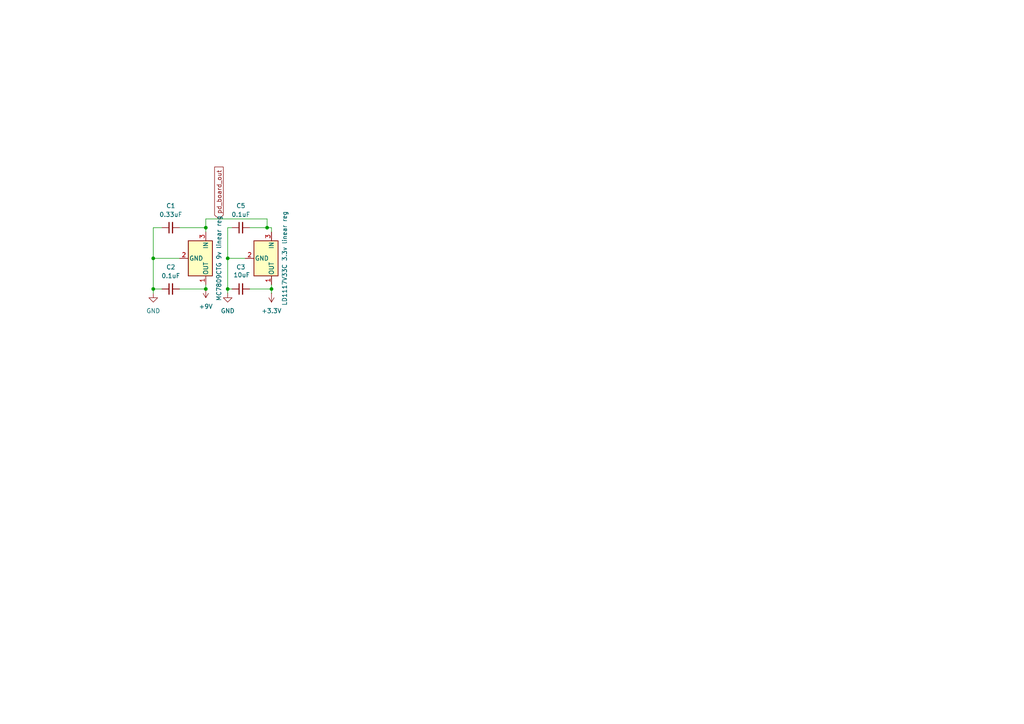
<source format=kicad_sch>
(kicad_sch (version 20231120) (generator "eeschema") (generator_version "8.0")
  (paper "A4")
  (lib_symbols
    (symbol "Device:C_Small" (pin_numbers hide) (pin_names (offset 0.254) hide)
      (property "Reference" "C" (at 0.254 1.778 0))
      (property "Value" "C_Small" (at 0.254 -2.032 0))
      (symbol "C_Small_0_1"
        (polyline (pts (xy -1.524 -0.508) (xy 1.524 -0.508)) (stroke (width 0.3302)))
        (polyline (pts (xy -1.524 0.508) (xy 1.524 0.508)) (stroke (width 0.3048)))
      )
      (symbol "C_Small_1_1"
        (pin passive line (at 0 2.54 270) (length 2.032) (name "~") (number "1"))
        (pin passive line (at 0 -2.54 90) (length 2.032) (name "~") (number "2"))
      )
    )
    (symbol "Regulator_Linear:L78L09_SOT89" (pin_names (offset 0.254))
      (property "Reference" "U" (at -3.81 3.175 0))
      (property "Value" "L78L09_SOT89" (at -0.635 3.175 0))
      (symbol "L78L09_SOT89_0_1"
        (rectangle (start -5.08 1.905) (end 5.08 -5.08) (stroke (width 0.254)) (fill (type background)))
      )
      (symbol "L78L09_SOT89_1_1"
        (pin power_out line (at 7.62 0 180) (length 2.54) (name "OUT") (number "1"))
        (pin power_in line (at 0 -7.62 90) (length 2.54) (name "GND") (number "2"))
        (pin power_in line (at -7.62 0 0) (length 2.54) (name "IN") (number "3"))
      )
    )
    (symbol "power:+3.3V" (power) (pin_numbers hide) (pin_names (offset 0) hide)
      (property "Value" "+3.3V" (at 0 3.556 0))
      (symbol "+3.3V_0_1"
        (polyline (pts (xy -0.762 1.27) (xy 0 2.54)))
        (polyline (pts (xy 0 0) (xy 0 2.54)))
        (polyline (pts (xy 0 2.54) (xy 0.762 1.27)))
      )
      (symbol "+3.3V_1_1"
        (pin power_in line (at 0 0 90) (length 0) (name "~") (number "1"))
      )
    )
    (symbol "power:+9V" (power) (pin_numbers hide) (pin_names (offset 0) hide)
      (property "Value" "+9V" (at 0 3.556 0))
      (symbol "+9V_0_1"
        (polyline (pts (xy -0.762 1.27) (xy 0 2.54)))
        (polyline (pts (xy 0 0) (xy 0 2.54)))
        (polyline (pts (xy 0 2.54) (xy 0.762 1.27)))
      )
      (symbol "+9V_1_1"
        (pin power_in line (at 0 0 90) (length 0) (name "~") (number "1"))
      )
    )
    (symbol "power:GND" (power) (pin_numbers hide) (pin_names (offset 0) hide)
      (property "Value" "GND" (at 0 -3.81 0))
      (symbol "GND_0_1"
        (polyline (pts (xy 0 0) (xy 0 -1.27) (xy 1.27 -1.27) (xy 0 -2.54) (xy -1.27 -1.27) (xy 0 -1.27)))
      )
      (symbol "GND_1_1"
        (pin power_in line (at 0 0 270) (length 0) (name "~") (number "1"))
      )
    )
  )
  (junction (at 78.74 83.82))
  (junction (at 59.69 83.82))
  (junction (at 77.47 66.04))
  (junction (at 66.04 74.93))
  (junction (at 44.45 74.93))
  (junction (at 59.69 66.04))
  (junction (at 66.04 83.82))
  (junction (at 44.45 83.82))
  (wire (pts (xy 44.45 74.93) (xy 52.07 74.93)))
  (wire (pts (xy 77.47 66.04) (xy 77.47 63.5)))
  (wire (pts (xy 72.39 83.82) (xy 78.74 83.82)))
  (wire (pts (xy 59.69 63.5) (xy 77.47 63.5)))
  (wire (pts (xy 78.74 66.04) (xy 78.74 67.31)))
  (wire (pts (xy 66.04 66.04) (xy 67.31 66.04)))
  (wire (pts (xy 59.69 66.04) (xy 52.07 66.04)))
  (wire (pts (xy 44.45 66.04) (xy 46.99 66.04)))
  (wire (pts (xy 46.99 83.82) (xy 44.45 83.82)))
  (wire (pts (xy 72.39 66.04) (xy 77.47 66.04)))
  (wire (pts (xy 59.69 83.82) (xy 52.07 83.82)))
  (wire (pts (xy 66.04 66.04) (xy 66.04 74.93)))
  (wire (pts (xy 78.74 82.55) (xy 78.74 83.82)))
  (wire (pts (xy 44.45 74.93) (xy 44.45 66.04)))
  (wire (pts (xy 66.04 74.93) (xy 71.12 74.93)))
  (wire (pts (xy 59.69 66.04) (xy 59.69 67.31)))
  (wire (pts (xy 66.04 74.93) (xy 66.04 83.82)))
  (wire (pts (xy 59.69 66.04) (xy 59.69 63.5)))
  (wire (pts (xy 78.74 66.04) (xy 77.47 66.04)))
  (wire (pts (xy 78.74 85.09) (xy 78.74 83.82)))
  (wire (pts (xy 67.31 83.82) (xy 66.04 83.82)))
  (wire (pts (xy 59.69 82.55) (xy 59.69 83.82)))
  (wire (pts (xy 44.45 83.82) (xy 44.45 85.09)))
  (wire (pts (xy 66.04 85.09) (xy 66.04 83.82)))
  (wire (pts (xy 44.45 83.82) (xy 44.45 74.93)))
  (global_label "pd_board_out" (shape input) (at 63.5 63.5 90) (property "Intersheetrefs" "${INTERSHEET_REFS}" (effects (hide yes))))
  (symbol (lib_id "power:GND") (at 44.45 85.09 0) (unit 1)
    (property "Reference" "#PWR016" (effects (hide yes)))
    (property "Value" "GND" (at 44.45 90.17 0))
    (property "Description" "Power symbol creates a global label with name \"GND\" , ground" (effects (hide yes)))
  )
  (symbol (lib_id "Device:C_Small") (at 49.53 83.82 90) (unit 1)
    (property "Reference" "C2" (at 49.5363 77.47 90))
    (property "Value" "0.1uF" (at 49.5363 80.01 90))
    (property "Footprint" "Capacitor_SMD:C_0805_2012Metric_Pad1.18x1.45mm_HandSolder" (effects (hide yes)))
    (property "Datasheet" "https://www.yageo.com/upload/media/product/productsearch/datasheet/mlcc/UPY-GPHC_X7R_6.3V-to-250V_24.pdf" (effects (hide yes)))
    (property "Description" "Unpolarized capacitor, small symbol" (effects (hide yes)))
  )
  (symbol (lib_id "Device:C_Small") (at 69.85 83.82 90) (unit 1)
    (property "Reference" "C3" (at 69.8563 77.47 90))
    (property "Value" "10uF" (at 70.104 79.756 90))
    (property "Footprint" "Capacitor_SMD:C_0805_2012Metric_Pad1.18x1.45mm_HandSolder" (effects (hide yes)))
    (property "Datasheet" "https://www.yageo.com/upload/media/product/productsearch/datasheet/mlcc/UPY-GPHC_X7R_6.3V-to-250V_24.pdf" (effects (hide yes)))
    (property "Description" "Unpolarized capacitor, small symbol" (effects (hide yes)))
  )
  (symbol (lib_id "Regulator_Linear:L78L09_SOT89") (at 59.69 74.93 270) (unit 1)
    (property "Reference" "U14" (effects (hide yes)))
    (property "Value" "MC7809CTG 9v linear reg" (at 63.5 74.93 0))
    (property "Footprint" "Package_TO_SOT_THT:TO-220-3_Horizontal_TabDown" (effects (hide yes)))
    (property "Datasheet" "http://www.st.com/content/ccc/resource/technical/document/datasheet/15/55/e5/aa/23/5b/43/fd/CD00000446.pdf/files/CD00000446.pdf/jcr:content/translations/en.CD00000446.pdf" (effects (hide yes)))
    (property "Description" "Positive 100mA 30V Linear Regulator, Fixed Output 9V, SOT-89" (effects (hide yes)))
  )
  (symbol (lib_id "Regulator_Linear:L78L09_SOT89") (at 78.74 74.93 270) (unit 1)
    (property "Reference" "U1" (effects (hide yes)))
    (property "Value" "LD1117V33C 3.3v linear reg" (at 82.55 74.93 0))
    (property "Footprint" "Package_TO_SOT_THT:TO-220-3_Horizontal_TabDown" (effects (hide yes)))
    (property "Datasheet" "http://www.st.com/content/ccc/resource/technical/document/datasheet/15/55/e5/aa/23/5b/43/fd/CD00000446.pdf/files/CD00000446.pdf/jcr:content/translations/en.CD00000446.pdf" (effects (hide yes)))
    (property "Description" "Positive 100mA 30V Linear Regulator, Fixed Output 9V, SOT-89" (effects (hide yes)))
  )
  (symbol (lib_id "power:+3.3V") (at 78.74 85.09 180) (unit 1)
    (property "Reference" "#PWR03" (effects (hide yes)))
    (property "Value" "+3.3V" (at 78.74 90.17 0))
    (property "Description" "Power symbol creates a global label with name \"+3.3V\"" (effects (hide yes)))
  )
  (symbol (lib_id "power:+9V") (at 59.69 83.82 180) (unit 1)
    (property "Reference" "#PWR029" (effects (hide yes)))
    (property "Value" "+9V" (at 59.69 88.9 0))
    (property "Description" "Power symbol creates a global label with name \"+9V\"" (effects (hide yes)))
  )
  (symbol (lib_id "power:GND") (at 66.04 85.09 0) (unit 1)
    (property "Reference" "#PWR08" (effects (hide yes)))
    (property "Value" "GND" (at 66.04 90.17 0))
    (property "Description" "Power symbol creates a global label with name \"GND\" , ground" (effects (hide yes)))
  )
  (symbol (lib_id "Device:C_Small") (at 49.53 66.04 90) (unit 1)
    (property "Reference" "C1" (at 49.5363 59.69 90))
    (property "Value" "0.33uF" (at 49.5363 62.23 90))
    (property "Footprint" "Capacitor_SMD:C_0805_2012Metric_Pad1.18x1.45mm_HandSolder" (effects (hide yes)))
    (property "Datasheet" "https://www.yageo.com/upload/media/product/productsearch/datasheet/mlcc/UPY-GPHC_X7R_6.3V-to-250V_24.pdf" (effects (hide yes)))
    (property "Description" "Unpolarized capacitor, small symbol" (effects (hide yes)))
  )
  (symbol (lib_id "Device:C_Small") (at 69.85 66.04 90) (unit 1)
    (property "Reference" "C5" (at 69.8563 59.69 90))
    (property "Value" "0.1uF" (at 69.8563 62.23 90))
    (property "Footprint" "Capacitor_SMD:C_0805_2012Metric_Pad1.18x1.45mm_HandSolder" (effects (hide yes)))
    (property "Datasheet" "https://www.yageo.com/upload/media/product/productsearch/datasheet/mlcc/UPY-GPHC_X7R_6.3V-to-250V_24.pdf" (effects (hide yes)))
    (property "Description" "Unpolarized capacitor, small symbol" (effects (hide yes)))
  )
)
</source>
